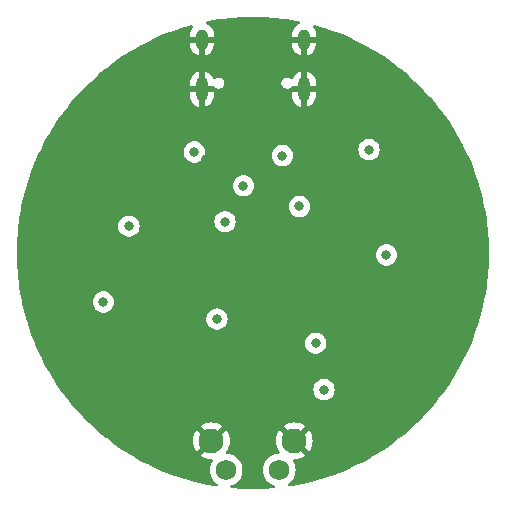
<source format=gbr>
%TF.GenerationSoftware,KiCad,Pcbnew,7.0.7*%
%TF.CreationDate,2023-10-08T16:19:16+08:00*%
%TF.ProjectId,RM_47mm,524d5f34-376d-46d2-9e6b-696361645f70,rev?*%
%TF.SameCoordinates,Original*%
%TF.FileFunction,Copper,L2,Inr*%
%TF.FilePolarity,Positive*%
%FSLAX46Y46*%
G04 Gerber Fmt 4.6, Leading zero omitted, Abs format (unit mm)*
G04 Created by KiCad (PCBNEW 7.0.7) date 2023-10-08 16:19:16*
%MOMM*%
%LPD*%
G01*
G04 APERTURE LIST*
%TA.AperFunction,ComponentPad*%
%ADD10O,1.000000X1.800000*%
%TD*%
%TA.AperFunction,ComponentPad*%
%ADD11O,1.000000X2.100000*%
%TD*%
%TA.AperFunction,ComponentPad*%
%ADD12C,2.100000*%
%TD*%
%TA.AperFunction,ComponentPad*%
%ADD13C,1.750000*%
%TD*%
%TA.AperFunction,ViaPad*%
%ADD14C,0.800000*%
%TD*%
G04 APERTURE END LIST*
D10*
%TO.N,Earth*%
%TO.C,J1*%
X145680000Y-81925000D03*
D11*
X145680000Y-86125000D03*
D10*
X154320000Y-81925000D03*
D11*
X154320000Y-86125000D03*
%TD*%
D12*
%TO.N,Earth*%
%TO.C,SW3*%
X146482909Y-115884152D03*
X153492909Y-115884152D03*
D13*
%TO.N,Net-(SW3-3)*%
X147732909Y-118374152D03*
%TO.N,/VCC_3V3*%
X152232909Y-118374152D03*
%TD*%
D14*
%TO.N,/VCC_3V3*%
X156014602Y-111564521D03*
X146945372Y-105591240D03*
X139498561Y-97730570D03*
X161294635Y-100164239D03*
X155317912Y-107634484D03*
X145024288Y-91444939D03*
X153932037Y-96057092D03*
X152495852Y-91746808D03*
X137330423Y-104140716D03*
X147629225Y-97348384D03*
X159823557Y-91243557D03*
%TO.N,Earth*%
X133597257Y-101877102D03*
X154297050Y-88284974D03*
X163388735Y-107365477D03*
X152248410Y-97319644D03*
X154905251Y-92074558D03*
X147459286Y-106959729D03*
X146043974Y-92040483D03*
X143942264Y-111435531D03*
X156249949Y-98366155D03*
X140513247Y-101468135D03*
%TO.N,/LED_IN*%
X149187047Y-94312934D03*
%TD*%
%TA.AperFunction,Conductor*%
%TO.N,Earth*%
G36*
X150807403Y-80018620D02*
G01*
X150986950Y-80026684D01*
X151703049Y-80074964D01*
X151882089Y-80091079D01*
X152595233Y-80171431D01*
X152595242Y-80171432D01*
X152773386Y-80195562D01*
X153407526Y-80296000D01*
X153482220Y-80307831D01*
X153517222Y-80314182D01*
X153659148Y-80339938D01*
X153865955Y-80382282D01*
X153927681Y-80415013D01*
X153961914Y-80475922D01*
X153957783Y-80545669D01*
X153916600Y-80602111D01*
X153884150Y-80620041D01*
X153877337Y-80622564D01*
X153877335Y-80622565D01*
X153704732Y-80730149D01*
X153557331Y-80870264D01*
X153557330Y-80870266D01*
X153441143Y-81037195D01*
X153360940Y-81224092D01*
X153320000Y-81423309D01*
X153320000Y-81675000D01*
X153896000Y-81675000D01*
X153963039Y-81694685D01*
X154008794Y-81747489D01*
X154020000Y-81799000D01*
X154020000Y-82051000D01*
X154000315Y-82118039D01*
X153947511Y-82163794D01*
X153896000Y-82175000D01*
X153320000Y-82175000D01*
X153320000Y-82375713D01*
X153335418Y-82527338D01*
X153396299Y-82721381D01*
X153396304Y-82721391D01*
X153495005Y-82899215D01*
X153495005Y-82899216D01*
X153627478Y-83053530D01*
X153627479Y-83053531D01*
X153788304Y-83178018D01*
X153970907Y-83267589D01*
X154070000Y-83293244D01*
X154070000Y-82729978D01*
X154089685Y-82662939D01*
X154142489Y-82617184D01*
X154211647Y-82607240D01*
X154227926Y-82610709D01*
X154291840Y-82628895D01*
X154403521Y-82618546D01*
X154403526Y-82618543D01*
X154412063Y-82616115D01*
X154481930Y-82616701D01*
X154540390Y-82654966D01*
X154568881Y-82718763D01*
X154570000Y-82735381D01*
X154570000Y-83298366D01*
X154571944Y-83298069D01*
X154571945Y-83298069D01*
X154762660Y-83227436D01*
X154762664Y-83227434D01*
X154935267Y-83119850D01*
X155082668Y-82979735D01*
X155082669Y-82979733D01*
X155198856Y-82812804D01*
X155279059Y-82625907D01*
X155320000Y-82426690D01*
X155320000Y-82175000D01*
X154744000Y-82175000D01*
X154676961Y-82155315D01*
X154631206Y-82102511D01*
X154620000Y-82051000D01*
X154620000Y-81799000D01*
X154639685Y-81731961D01*
X154692489Y-81686206D01*
X154744000Y-81675000D01*
X155320000Y-81675000D01*
X155320000Y-81474286D01*
X155304581Y-81322661D01*
X155243700Y-81128618D01*
X155243695Y-81128608D01*
X155144994Y-80950784D01*
X155099582Y-80897884D01*
X155070851Y-80834196D01*
X155081114Y-80765084D01*
X155127112Y-80712491D01*
X155194241Y-80693116D01*
X155223968Y-80696874D01*
X155233445Y-80699263D01*
X155406692Y-80747076D01*
X156028725Y-80933863D01*
X156094060Y-80953483D01*
X156265050Y-81009040D01*
X156942462Y-81246077D01*
X157110745Y-81309234D01*
X157776847Y-81576427D01*
X157942173Y-81647091D01*
X158276612Y-81799000D01*
X158595557Y-81943872D01*
X158595582Y-81943883D01*
X158757585Y-82021900D01*
X159397029Y-82347713D01*
X159449061Y-82375713D01*
X159555335Y-82432902D01*
X160179494Y-82787061D01*
X160333884Y-82879304D01*
X160941528Y-83261112D01*
X161091573Y-83360156D01*
X161681539Y-83768886D01*
X161826916Y-83874509D01*
X162397975Y-84309314D01*
X162538522Y-84421398D01*
X163089405Y-84881308D01*
X163224827Y-84999623D01*
X163754538Y-85483800D01*
X163884489Y-85608046D01*
X164391953Y-86115510D01*
X164516199Y-86245461D01*
X165000376Y-86775172D01*
X165118691Y-86910594D01*
X165204135Y-87012939D01*
X165530224Y-87403531D01*
X165578615Y-87461493D01*
X165690701Y-87602045D01*
X166125486Y-88173077D01*
X166231122Y-88318473D01*
X166639840Y-88908422D01*
X166738893Y-89058481D01*
X167120694Y-89666114D01*
X167212931Y-89820492D01*
X167567097Y-90444664D01*
X167620789Y-90544439D01*
X167634903Y-90570668D01*
X167652284Y-90602965D01*
X167681746Y-90660788D01*
X167978099Y-91242414D01*
X168056116Y-91404417D01*
X168352908Y-92057826D01*
X168423572Y-92223152D01*
X168690758Y-92889237D01*
X168753921Y-93057534D01*
X168990958Y-93734946D01*
X169046515Y-93905935D01*
X169252917Y-94593285D01*
X169300741Y-94766572D01*
X169476100Y-95462499D01*
X169490338Y-95524877D01*
X169516107Y-95637781D01*
X169660060Y-96340845D01*
X169692168Y-96517779D01*
X169804432Y-97226583D01*
X169828567Y-97404757D01*
X169908920Y-98117909D01*
X169925036Y-98296974D01*
X169973313Y-99013012D01*
X169981379Y-99192613D01*
X169999468Y-99998606D01*
X169999468Y-100001392D01*
X169981379Y-100807386D01*
X169973313Y-100986987D01*
X169925036Y-101703025D01*
X169908920Y-101882090D01*
X169828567Y-102595242D01*
X169804432Y-102773416D01*
X169692168Y-103482220D01*
X169660060Y-103659154D01*
X169516107Y-104362218D01*
X169482606Y-104509000D01*
X169476107Y-104537470D01*
X169427570Y-104730097D01*
X169300742Y-105233425D01*
X169252917Y-105406714D01*
X169046515Y-106094064D01*
X168990958Y-106265053D01*
X168753921Y-106942465D01*
X168690758Y-107110762D01*
X168423572Y-107776847D01*
X168352908Y-107942173D01*
X168056116Y-108595582D01*
X167978099Y-108757585D01*
X167652290Y-109397022D01*
X167567097Y-109555335D01*
X167212931Y-110179507D01*
X167120694Y-110333885D01*
X166738893Y-110941518D01*
X166639840Y-111091577D01*
X166231122Y-111681526D01*
X166125486Y-111826922D01*
X165690701Y-112397954D01*
X165578615Y-112538506D01*
X165118691Y-113089405D01*
X165000376Y-113224827D01*
X164516199Y-113754538D01*
X164391953Y-113884489D01*
X163884489Y-114391953D01*
X163754538Y-114516199D01*
X163224827Y-115000376D01*
X163089405Y-115118691D01*
X162538506Y-115578615D01*
X162397954Y-115690701D01*
X161826922Y-116125486D01*
X161681526Y-116231122D01*
X161091577Y-116639840D01*
X160941518Y-116738893D01*
X160333885Y-117120694D01*
X160179507Y-117212931D01*
X159555335Y-117567097D01*
X159397022Y-117652290D01*
X158757585Y-117978099D01*
X158595582Y-118056116D01*
X157942173Y-118352908D01*
X157776847Y-118423572D01*
X157110762Y-118690758D01*
X156942465Y-118753921D01*
X156265053Y-118990958D01*
X156094064Y-119046515D01*
X155406714Y-119252917D01*
X155233425Y-119300742D01*
X154537511Y-119476097D01*
X154431289Y-119500342D01*
X154362218Y-119516107D01*
X153659154Y-119660060D01*
X153482220Y-119692168D01*
X153073504Y-119756901D01*
X153004210Y-119747946D01*
X152950758Y-119702950D01*
X152930119Y-119636198D01*
X152948844Y-119568885D01*
X152983952Y-119533007D01*
X152983768Y-119532771D01*
X152985510Y-119531414D01*
X152986297Y-119530611D01*
X152987795Y-119529631D01*
X152987815Y-119529621D01*
X153167703Y-119389608D01*
X153322092Y-119221897D01*
X153446771Y-119031061D01*
X153538339Y-118822307D01*
X153594299Y-118601328D01*
X153613123Y-118374152D01*
X153613123Y-118374145D01*
X153594300Y-118146983D01*
X153594298Y-118146972D01*
X153538339Y-117925996D01*
X153446772Y-117717246D01*
X153446771Y-117717243D01*
X153390272Y-117630765D01*
X153370086Y-117563877D01*
X153389266Y-117496691D01*
X153441724Y-117450541D01*
X153488125Y-117440264D01*
X153488052Y-117439327D01*
X153736128Y-117419803D01*
X153973366Y-117362848D01*
X154198770Y-117269483D01*
X154400851Y-117145646D01*
X153856143Y-116600939D01*
X153822658Y-116539616D01*
X153827642Y-116469925D01*
X153869513Y-116413991D01*
X153870858Y-116412999D01*
X153941401Y-116361747D01*
X154027780Y-116257332D01*
X154085677Y-116218226D01*
X154155529Y-116216630D01*
X154211003Y-116248693D01*
X154754403Y-116792094D01*
X154878240Y-116590013D01*
X154971605Y-116364609D01*
X155028560Y-116127371D01*
X155047701Y-115884152D01*
X155028560Y-115640932D01*
X154971605Y-115403694D01*
X154878240Y-115178290D01*
X154754403Y-114976208D01*
X154210576Y-115520036D01*
X154149253Y-115553521D01*
X154079561Y-115548537D01*
X154023628Y-115506665D01*
X154018199Y-115498798D01*
X154016680Y-115496404D01*
X153997723Y-115466533D01*
X153933851Y-115406554D01*
X153878006Y-115354112D01*
X153874641Y-115351667D01*
X153872640Y-115349072D01*
X153872319Y-115348771D01*
X153872367Y-115348719D01*
X153831973Y-115296339D01*
X153825991Y-115226726D01*
X153858594Y-115164930D01*
X153859841Y-115163665D01*
X154400851Y-114622656D01*
X154198770Y-114498820D01*
X153973366Y-114405455D01*
X153736128Y-114348500D01*
X153736129Y-114348500D01*
X153492908Y-114329359D01*
X153249689Y-114348500D01*
X153012451Y-114405455D01*
X152787055Y-114498817D01*
X152787050Y-114498820D01*
X152584965Y-114622656D01*
X153129674Y-115167364D01*
X153163159Y-115228687D01*
X153158175Y-115298378D01*
X153116304Y-115354312D01*
X153114879Y-115355362D01*
X153044419Y-115406554D01*
X153044417Y-115406557D01*
X152958039Y-115510970D01*
X152900139Y-115550077D01*
X152830287Y-115551673D01*
X152774814Y-115519610D01*
X152231413Y-114976208D01*
X152107577Y-115178293D01*
X152107574Y-115178298D01*
X152014212Y-115403694D01*
X151957257Y-115640932D01*
X151938116Y-115884152D01*
X151957257Y-116127371D01*
X152014212Y-116364609D01*
X152107577Y-116590013D01*
X152235055Y-116798037D01*
X152237765Y-116801767D01*
X152261245Y-116867573D01*
X152245419Y-116935627D01*
X152195313Y-116984322D01*
X152137447Y-116998652D01*
X152118932Y-116998652D01*
X152073962Y-117006156D01*
X151894082Y-117036172D01*
X151678490Y-117110186D01*
X151678476Y-117110192D01*
X151478008Y-117218679D01*
X151477999Y-117218685D01*
X151298121Y-117358690D01*
X151298117Y-117358693D01*
X151143723Y-117526409D01*
X151019046Y-117717243D01*
X150927478Y-117925996D01*
X150871519Y-118146972D01*
X150871517Y-118146983D01*
X150852695Y-118374145D01*
X150852695Y-118374158D01*
X150871517Y-118601320D01*
X150871519Y-118601331D01*
X150927478Y-118822307D01*
X151019046Y-119031060D01*
X151143723Y-119221894D01*
X151298117Y-119389610D01*
X151298121Y-119389613D01*
X151437468Y-119498071D01*
X151478003Y-119529621D01*
X151478005Y-119529622D01*
X151478008Y-119529624D01*
X151594555Y-119592695D01*
X151678483Y-119638115D01*
X151722799Y-119653328D01*
X151796115Y-119678499D01*
X151853131Y-119718885D01*
X151879261Y-119783684D01*
X151866209Y-119852324D01*
X151818120Y-119903012D01*
X151766967Y-119919281D01*
X151703025Y-119925036D01*
X150986987Y-119973313D01*
X150807386Y-119981379D01*
X150089870Y-119997483D01*
X149910130Y-119997483D01*
X149192613Y-119981379D01*
X149013012Y-119973313D01*
X148296973Y-119925036D01*
X148205948Y-119916843D01*
X148140943Y-119891228D01*
X148100106Y-119834535D01*
X148096402Y-119764763D01*
X148131008Y-119704065D01*
X148176797Y-119676062D01*
X148287335Y-119638115D01*
X148487815Y-119529621D01*
X148667703Y-119389608D01*
X148822092Y-119221897D01*
X148946771Y-119031061D01*
X149038339Y-118822307D01*
X149094299Y-118601328D01*
X149113123Y-118374152D01*
X149113123Y-118374145D01*
X149094300Y-118146983D01*
X149094298Y-118146972D01*
X149038339Y-117925996D01*
X148946771Y-117717243D01*
X148822094Y-117526409D01*
X148667700Y-117358693D01*
X148667696Y-117358690D01*
X148487818Y-117218685D01*
X148487809Y-117218679D01*
X148287341Y-117110192D01*
X148287338Y-117110191D01*
X148287335Y-117110189D01*
X148287329Y-117110187D01*
X148287327Y-117110186D01*
X148071735Y-117036172D01*
X147903097Y-117008032D01*
X147846886Y-116998652D01*
X147838371Y-116998652D01*
X147771332Y-116978967D01*
X147725577Y-116926163D01*
X147715633Y-116857005D01*
X147738053Y-116801767D01*
X147740762Y-116798037D01*
X147868240Y-116590013D01*
X147961605Y-116364609D01*
X148018560Y-116127371D01*
X148037701Y-115884152D01*
X148018560Y-115640932D01*
X147961605Y-115403694D01*
X147868240Y-115178290D01*
X147744403Y-114976208D01*
X147200576Y-115520036D01*
X147139253Y-115553521D01*
X147069561Y-115548537D01*
X147013628Y-115506665D01*
X147008199Y-115498798D01*
X147006680Y-115496404D01*
X146987723Y-115466533D01*
X146923851Y-115406554D01*
X146868006Y-115354112D01*
X146864641Y-115351667D01*
X146862640Y-115349072D01*
X146862319Y-115348771D01*
X146862367Y-115348719D01*
X146821973Y-115296339D01*
X146815991Y-115226726D01*
X146848594Y-115164930D01*
X146849841Y-115163665D01*
X147390851Y-114622656D01*
X147188770Y-114498820D01*
X146963366Y-114405455D01*
X146726128Y-114348500D01*
X146726129Y-114348500D01*
X146482909Y-114329359D01*
X146239689Y-114348500D01*
X146002451Y-114405455D01*
X145777055Y-114498817D01*
X145777050Y-114498820D01*
X145574965Y-114622656D01*
X146119674Y-115167364D01*
X146153159Y-115228687D01*
X146148175Y-115298378D01*
X146106304Y-115354312D01*
X146104879Y-115355362D01*
X146034419Y-115406554D01*
X146034417Y-115406557D01*
X145948039Y-115510970D01*
X145890139Y-115550077D01*
X145820287Y-115551673D01*
X145764814Y-115519610D01*
X145221413Y-114976208D01*
X145097577Y-115178293D01*
X145097574Y-115178298D01*
X145004212Y-115403694D01*
X144947257Y-115640932D01*
X144928116Y-115884152D01*
X144947257Y-116127371D01*
X145004212Y-116364609D01*
X145097577Y-116590013D01*
X145221413Y-116792094D01*
X145765240Y-116248266D01*
X145826563Y-116214781D01*
X145896254Y-116219765D01*
X145952188Y-116261636D01*
X145957616Y-116269502D01*
X145978096Y-116301772D01*
X145978097Y-116301773D01*
X146097813Y-116414193D01*
X146101175Y-116416636D01*
X146103173Y-116419226D01*
X146103499Y-116419533D01*
X146103449Y-116419585D01*
X146143843Y-116471964D01*
X146149824Y-116541577D01*
X146117220Y-116603373D01*
X146115974Y-116604637D01*
X145574965Y-117145646D01*
X145777047Y-117269483D01*
X146002451Y-117362848D01*
X146239689Y-117419803D01*
X146239688Y-117419803D01*
X146481772Y-117438855D01*
X146547060Y-117463739D01*
X146588531Y-117519970D01*
X146593018Y-117589695D01*
X146575852Y-117630293D01*
X146519048Y-117717239D01*
X146427478Y-117925996D01*
X146371519Y-118146972D01*
X146371517Y-118146983D01*
X146352695Y-118374145D01*
X146352695Y-118374158D01*
X146371517Y-118601320D01*
X146371519Y-118601331D01*
X146427478Y-118822307D01*
X146519046Y-119031060D01*
X146643723Y-119221894D01*
X146798117Y-119389610D01*
X146798121Y-119389613D01*
X146977967Y-119529593D01*
X147018780Y-119586303D01*
X147022455Y-119656076D01*
X146987823Y-119716759D01*
X146925882Y-119749086D01*
X146882407Y-119749919D01*
X146517779Y-119692168D01*
X146340845Y-119660060D01*
X145637781Y-119516107D01*
X145617397Y-119511454D01*
X145462499Y-119476100D01*
X144766572Y-119300741D01*
X144593285Y-119252917D01*
X143905935Y-119046515D01*
X143734946Y-118990958D01*
X143057534Y-118753921D01*
X142889237Y-118690758D01*
X142223152Y-118423572D01*
X142057826Y-118352908D01*
X141404417Y-118056116D01*
X141242414Y-117978099D01*
X140602989Y-117652296D01*
X140558473Y-117628341D01*
X140444664Y-117567097D01*
X139820492Y-117212931D01*
X139666114Y-117120694D01*
X139058481Y-116738893D01*
X138908422Y-116639840D01*
X138318473Y-116231122D01*
X138298526Y-116216630D01*
X138173068Y-116125479D01*
X138122017Y-116086609D01*
X137602045Y-115690701D01*
X137539636Y-115640932D01*
X137461493Y-115578615D01*
X137228481Y-115384082D01*
X136910594Y-115118691D01*
X136775172Y-115000376D01*
X136245461Y-114516199D01*
X136115510Y-114391953D01*
X135608046Y-113884489D01*
X135483800Y-113754538D01*
X134999623Y-113224827D01*
X134881308Y-113089405D01*
X134421398Y-112538522D01*
X134309298Y-112397954D01*
X134079949Y-112096735D01*
X133874509Y-111826916D01*
X133768877Y-111681526D01*
X133687816Y-111564521D01*
X155109142Y-111564521D01*
X155128928Y-111752777D01*
X155128929Y-111752780D01*
X155187420Y-111932798D01*
X155187423Y-111932805D01*
X155282069Y-112096737D01*
X155408730Y-112237408D01*
X155408731Y-112237409D01*
X155561867Y-112348669D01*
X155561872Y-112348672D01*
X155734794Y-112425663D01*
X155734799Y-112425665D01*
X155919956Y-112465021D01*
X155919957Y-112465021D01*
X156109246Y-112465021D01*
X156109248Y-112465021D01*
X156294405Y-112425665D01*
X156467332Y-112348672D01*
X156620473Y-112237409D01*
X156747135Y-112096737D01*
X156841781Y-111932805D01*
X156900276Y-111752777D01*
X156920062Y-111564521D01*
X156900276Y-111376265D01*
X156841781Y-111196237D01*
X156747135Y-111032305D01*
X156620473Y-110891633D01*
X156620472Y-110891632D01*
X156467336Y-110780372D01*
X156467331Y-110780369D01*
X156294409Y-110703378D01*
X156294404Y-110703376D01*
X156148603Y-110672386D01*
X156109248Y-110664021D01*
X155919956Y-110664021D01*
X155887499Y-110670919D01*
X155734799Y-110703376D01*
X155734794Y-110703378D01*
X155561872Y-110780369D01*
X155561867Y-110780372D01*
X155408731Y-110891632D01*
X155282068Y-111032306D01*
X155187423Y-111196236D01*
X155187420Y-111196243D01*
X155128929Y-111376261D01*
X155128928Y-111376265D01*
X155109142Y-111564521D01*
X133687816Y-111564521D01*
X133360156Y-111091573D01*
X133261106Y-110941518D01*
X133159849Y-110780369D01*
X132879304Y-110333884D01*
X132787068Y-110179507D01*
X132432902Y-109555335D01*
X132403669Y-109501011D01*
X132347710Y-109397022D01*
X132021900Y-108757585D01*
X131943883Y-108595582D01*
X131647091Y-107942173D01*
X131576427Y-107776847D01*
X131519321Y-107634484D01*
X154412452Y-107634484D01*
X154432238Y-107822740D01*
X154432239Y-107822743D01*
X154490730Y-108002761D01*
X154490733Y-108002768D01*
X154585379Y-108166700D01*
X154712040Y-108307371D01*
X154712041Y-108307372D01*
X154865177Y-108418632D01*
X154865182Y-108418635D01*
X155038104Y-108495626D01*
X155038109Y-108495628D01*
X155223266Y-108534984D01*
X155223267Y-108534984D01*
X155412556Y-108534984D01*
X155412558Y-108534984D01*
X155597715Y-108495628D01*
X155770642Y-108418635D01*
X155923783Y-108307372D01*
X156050445Y-108166700D01*
X156145091Y-108002768D01*
X156203586Y-107822740D01*
X156223372Y-107634484D01*
X156203586Y-107446228D01*
X156145091Y-107266200D01*
X156050445Y-107102268D01*
X155923783Y-106961596D01*
X155923782Y-106961595D01*
X155770646Y-106850335D01*
X155770641Y-106850332D01*
X155597719Y-106773341D01*
X155597714Y-106773339D01*
X155451913Y-106742349D01*
X155412558Y-106733984D01*
X155223266Y-106733984D01*
X155190809Y-106740882D01*
X155038109Y-106773339D01*
X155038104Y-106773341D01*
X154865182Y-106850332D01*
X154865177Y-106850335D01*
X154712041Y-106961595D01*
X154585378Y-107102269D01*
X154490733Y-107266199D01*
X154490730Y-107266206D01*
X154432239Y-107446224D01*
X154432238Y-107446228D01*
X154412452Y-107634484D01*
X131519321Y-107634484D01*
X131443806Y-107446228D01*
X131309234Y-107110745D01*
X131246077Y-106942462D01*
X131009040Y-106265050D01*
X130953483Y-106094060D01*
X130913084Y-105959524D01*
X130802493Y-105591240D01*
X146039912Y-105591240D01*
X146059698Y-105779496D01*
X146059699Y-105779499D01*
X146118190Y-105959517D01*
X146118193Y-105959524D01*
X146212839Y-106123456D01*
X146339500Y-106264128D01*
X146339501Y-106264128D01*
X146492637Y-106375388D01*
X146492642Y-106375391D01*
X146665564Y-106452382D01*
X146665569Y-106452384D01*
X146850726Y-106491740D01*
X146850727Y-106491740D01*
X147040016Y-106491740D01*
X147040018Y-106491740D01*
X147225175Y-106452384D01*
X147398102Y-106375391D01*
X147551243Y-106264128D01*
X147677905Y-106123456D01*
X147772551Y-105959524D01*
X147831046Y-105779496D01*
X147850832Y-105591240D01*
X147831046Y-105402984D01*
X147772551Y-105222956D01*
X147677905Y-105059024D01*
X147551243Y-104918352D01*
X147551242Y-104918351D01*
X147398106Y-104807091D01*
X147398101Y-104807088D01*
X147225179Y-104730097D01*
X147225174Y-104730095D01*
X147079373Y-104699105D01*
X147040018Y-104690740D01*
X146850726Y-104690740D01*
X146818269Y-104697638D01*
X146665569Y-104730095D01*
X146665564Y-104730097D01*
X146492642Y-104807088D01*
X146492637Y-104807091D01*
X146339501Y-104918351D01*
X146212838Y-105059025D01*
X146118193Y-105222955D01*
X146118190Y-105222962D01*
X146085943Y-105322210D01*
X146059698Y-105402984D01*
X146039912Y-105591240D01*
X130802493Y-105591240D01*
X130747076Y-105406692D01*
X130699257Y-105233422D01*
X130523888Y-104537454D01*
X130483893Y-104362218D01*
X130438540Y-104140716D01*
X136424963Y-104140716D01*
X136444749Y-104328972D01*
X136444750Y-104328975D01*
X136503241Y-104508993D01*
X136503244Y-104509000D01*
X136597890Y-104672932D01*
X136649360Y-104730095D01*
X136724552Y-104813604D01*
X136877688Y-104924864D01*
X136877693Y-104924867D01*
X137050615Y-105001858D01*
X137050620Y-105001860D01*
X137235777Y-105041216D01*
X137235778Y-105041216D01*
X137425067Y-105041216D01*
X137425069Y-105041216D01*
X137610226Y-105001860D01*
X137783153Y-104924867D01*
X137936294Y-104813604D01*
X138062956Y-104672932D01*
X138157602Y-104509000D01*
X138216097Y-104328972D01*
X138235883Y-104140716D01*
X138216097Y-103952460D01*
X138157602Y-103772432D01*
X138062956Y-103608500D01*
X137936294Y-103467828D01*
X137936293Y-103467827D01*
X137783157Y-103356567D01*
X137783152Y-103356564D01*
X137610230Y-103279573D01*
X137610225Y-103279571D01*
X137464423Y-103248581D01*
X137425069Y-103240216D01*
X137235777Y-103240216D01*
X137203320Y-103247114D01*
X137050620Y-103279571D01*
X137050615Y-103279573D01*
X136877693Y-103356564D01*
X136877688Y-103356567D01*
X136724552Y-103467827D01*
X136597889Y-103608501D01*
X136503244Y-103772431D01*
X136503241Y-103772438D01*
X136444750Y-103952456D01*
X136444749Y-103952460D01*
X136424963Y-104140716D01*
X130438540Y-104140716D01*
X130339938Y-103659148D01*
X130307831Y-103482220D01*
X130195567Y-102773416D01*
X130171432Y-102595242D01*
X130091079Y-101882090D01*
X130074963Y-101703025D01*
X130026684Y-100986950D01*
X130018620Y-100807403D01*
X130004186Y-100164239D01*
X160389175Y-100164239D01*
X160408961Y-100352495D01*
X160408962Y-100352498D01*
X160467453Y-100532516D01*
X160467456Y-100532523D01*
X160562102Y-100696455D01*
X160661961Y-100807359D01*
X160688764Y-100837127D01*
X160841900Y-100948387D01*
X160841905Y-100948390D01*
X161014827Y-101025381D01*
X161014832Y-101025383D01*
X161199989Y-101064739D01*
X161199990Y-101064739D01*
X161389279Y-101064739D01*
X161389281Y-101064739D01*
X161574438Y-101025383D01*
X161747365Y-100948390D01*
X161900506Y-100837127D01*
X162027168Y-100696455D01*
X162121814Y-100532523D01*
X162180309Y-100352495D01*
X162200095Y-100164239D01*
X162180309Y-99975983D01*
X162121814Y-99795955D01*
X162027168Y-99632023D01*
X161900506Y-99491351D01*
X161900505Y-99491350D01*
X161747369Y-99380090D01*
X161747364Y-99380087D01*
X161574442Y-99303096D01*
X161574437Y-99303094D01*
X161428635Y-99272104D01*
X161389281Y-99263739D01*
X161199989Y-99263739D01*
X161167532Y-99270637D01*
X161014832Y-99303094D01*
X161014827Y-99303096D01*
X160841905Y-99380087D01*
X160841900Y-99380090D01*
X160688764Y-99491350D01*
X160562101Y-99632024D01*
X160467456Y-99795954D01*
X160467453Y-99795961D01*
X160408962Y-99975979D01*
X160408961Y-99975983D01*
X160389175Y-100164239D01*
X130004186Y-100164239D01*
X130002517Y-100089869D01*
X130002517Y-99910130D01*
X130018620Y-99192596D01*
X130026687Y-99013012D01*
X130074964Y-98296962D01*
X130082833Y-98209528D01*
X130091079Y-98117909D01*
X130134721Y-97730570D01*
X138593101Y-97730570D01*
X138612887Y-97918826D01*
X138612888Y-97918829D01*
X138671379Y-98098847D01*
X138671382Y-98098854D01*
X138766028Y-98262786D01*
X138892690Y-98403457D01*
X138892690Y-98403458D01*
X139045826Y-98514718D01*
X139045831Y-98514721D01*
X139218753Y-98591712D01*
X139218758Y-98591714D01*
X139403915Y-98631070D01*
X139403916Y-98631070D01*
X139593205Y-98631070D01*
X139593207Y-98631070D01*
X139778364Y-98591714D01*
X139951291Y-98514721D01*
X140104432Y-98403458D01*
X140231094Y-98262786D01*
X140325740Y-98098854D01*
X140384235Y-97918826D01*
X140404021Y-97730570D01*
X140384235Y-97542314D01*
X140325740Y-97362286D01*
X140317714Y-97348384D01*
X146723765Y-97348384D01*
X146743551Y-97536640D01*
X146743552Y-97536643D01*
X146802043Y-97716661D01*
X146802046Y-97716668D01*
X146896692Y-97880600D01*
X146931114Y-97918829D01*
X147023354Y-98021272D01*
X147176490Y-98132532D01*
X147176495Y-98132535D01*
X147349417Y-98209526D01*
X147349422Y-98209528D01*
X147534579Y-98248884D01*
X147534580Y-98248884D01*
X147723869Y-98248884D01*
X147723871Y-98248884D01*
X147909028Y-98209528D01*
X148081955Y-98132535D01*
X148235096Y-98021272D01*
X148361758Y-97880600D01*
X148456404Y-97716668D01*
X148514899Y-97536640D01*
X148534685Y-97348384D01*
X148514899Y-97160128D01*
X148456404Y-96980100D01*
X148361758Y-96816168D01*
X148235096Y-96675496D01*
X148235095Y-96675495D01*
X148081959Y-96564235D01*
X148081954Y-96564232D01*
X147909032Y-96487241D01*
X147909027Y-96487239D01*
X147763225Y-96456249D01*
X147723871Y-96447884D01*
X147534579Y-96447884D01*
X147502122Y-96454782D01*
X147349422Y-96487239D01*
X147349417Y-96487241D01*
X147176495Y-96564232D01*
X147176490Y-96564235D01*
X147023354Y-96675495D01*
X146896691Y-96816169D01*
X146802046Y-96980099D01*
X146802043Y-96980106D01*
X146743552Y-97160124D01*
X146743551Y-97160128D01*
X146723765Y-97348384D01*
X140317714Y-97348384D01*
X140231094Y-97198354D01*
X140104432Y-97057682D01*
X140104431Y-97057681D01*
X139951295Y-96946421D01*
X139951290Y-96946418D01*
X139778368Y-96869427D01*
X139778363Y-96869425D01*
X139632562Y-96838435D01*
X139593207Y-96830070D01*
X139403915Y-96830070D01*
X139371458Y-96836968D01*
X139218758Y-96869425D01*
X139218753Y-96869427D01*
X139045831Y-96946418D01*
X139045826Y-96946421D01*
X138892690Y-97057681D01*
X138766027Y-97198355D01*
X138671382Y-97362285D01*
X138671379Y-97362292D01*
X138612888Y-97542310D01*
X138612887Y-97542314D01*
X138593101Y-97730570D01*
X130134721Y-97730570D01*
X130171432Y-97404751D01*
X130179068Y-97348384D01*
X130195562Y-97226617D01*
X130307831Y-96517777D01*
X130320515Y-96447884D01*
X130339931Y-96340886D01*
X130398038Y-96057092D01*
X153026577Y-96057092D01*
X153046363Y-96245348D01*
X153046364Y-96245351D01*
X153104855Y-96425369D01*
X153104858Y-96425376D01*
X153199504Y-96589308D01*
X153326165Y-96729980D01*
X153326166Y-96729980D01*
X153479302Y-96841240D01*
X153479307Y-96841243D01*
X153652229Y-96918234D01*
X153652234Y-96918236D01*
X153837391Y-96957592D01*
X153837392Y-96957592D01*
X154026681Y-96957592D01*
X154026683Y-96957592D01*
X154211840Y-96918236D01*
X154384767Y-96841243D01*
X154537908Y-96729980D01*
X154664570Y-96589308D01*
X154759216Y-96425376D01*
X154817711Y-96245348D01*
X154837497Y-96057092D01*
X154817711Y-95868836D01*
X154759216Y-95688808D01*
X154664570Y-95524876D01*
X154537908Y-95384204D01*
X154537907Y-95384203D01*
X154384771Y-95272943D01*
X154384766Y-95272940D01*
X154211844Y-95195949D01*
X154211839Y-95195947D01*
X154066038Y-95164957D01*
X154026683Y-95156592D01*
X153837391Y-95156592D01*
X153804934Y-95163490D01*
X153652234Y-95195947D01*
X153652229Y-95195949D01*
X153479307Y-95272940D01*
X153479302Y-95272943D01*
X153326166Y-95384203D01*
X153199503Y-95524877D01*
X153104858Y-95688807D01*
X153104855Y-95688814D01*
X153046364Y-95868832D01*
X153046363Y-95868836D01*
X153026577Y-96057092D01*
X130398038Y-96057092D01*
X130483894Y-95637771D01*
X130523893Y-95462524D01*
X130699259Y-94766567D01*
X130747083Y-94593285D01*
X130831268Y-94312934D01*
X148281587Y-94312934D01*
X148301373Y-94501190D01*
X148301374Y-94501193D01*
X148359865Y-94681211D01*
X148359868Y-94681218D01*
X148454514Y-94845150D01*
X148581175Y-94985821D01*
X148581176Y-94985822D01*
X148734312Y-95097082D01*
X148734317Y-95097085D01*
X148907239Y-95174076D01*
X148907244Y-95174078D01*
X149092401Y-95213434D01*
X149092402Y-95213434D01*
X149281691Y-95213434D01*
X149281693Y-95213434D01*
X149466850Y-95174078D01*
X149639777Y-95097085D01*
X149792918Y-94985822D01*
X149919580Y-94845150D01*
X150014226Y-94681218D01*
X150072721Y-94501190D01*
X150092507Y-94312934D01*
X150072721Y-94124678D01*
X150014226Y-93944650D01*
X149919580Y-93780718D01*
X149792918Y-93640046D01*
X149792917Y-93640045D01*
X149639781Y-93528785D01*
X149639776Y-93528782D01*
X149466854Y-93451791D01*
X149466849Y-93451789D01*
X149321047Y-93420799D01*
X149281693Y-93412434D01*
X149092401Y-93412434D01*
X149059944Y-93419332D01*
X148907244Y-93451789D01*
X148907239Y-93451791D01*
X148734317Y-93528782D01*
X148734312Y-93528785D01*
X148581176Y-93640045D01*
X148454513Y-93780719D01*
X148359868Y-93944649D01*
X148359865Y-93944656D01*
X148301374Y-94124674D01*
X148301373Y-94124678D01*
X148281587Y-94312934D01*
X130831268Y-94312934D01*
X130953489Y-93905919D01*
X130994169Y-93780719D01*
X131009028Y-93734984D01*
X131246079Y-93057532D01*
X131309229Y-92889269D01*
X131576434Y-92223135D01*
X131627057Y-92104699D01*
X131647069Y-92057872D01*
X131925477Y-91444939D01*
X144118828Y-91444939D01*
X144138614Y-91633195D01*
X144138615Y-91633198D01*
X144197106Y-91813216D01*
X144197109Y-91813223D01*
X144291755Y-91977155D01*
X144406598Y-92104701D01*
X144418417Y-92117827D01*
X144571553Y-92229087D01*
X144571558Y-92229090D01*
X144744480Y-92306081D01*
X144744485Y-92306083D01*
X144929642Y-92345439D01*
X144929643Y-92345439D01*
X145118932Y-92345439D01*
X145118934Y-92345439D01*
X145304091Y-92306083D01*
X145477018Y-92229090D01*
X145630159Y-92117827D01*
X145756821Y-91977155D01*
X145851467Y-91813223D01*
X145873047Y-91746808D01*
X151590392Y-91746808D01*
X151610178Y-91935064D01*
X151610179Y-91935067D01*
X151668670Y-92115085D01*
X151668673Y-92115092D01*
X151763319Y-92279024D01*
X151823120Y-92345439D01*
X151889981Y-92419696D01*
X152043117Y-92530956D01*
X152043122Y-92530959D01*
X152216044Y-92607950D01*
X152216049Y-92607952D01*
X152401206Y-92647308D01*
X152401207Y-92647308D01*
X152590496Y-92647308D01*
X152590498Y-92647308D01*
X152775655Y-92607952D01*
X152948582Y-92530959D01*
X153101723Y-92419696D01*
X153228385Y-92279024D01*
X153323031Y-92115092D01*
X153381526Y-91935064D01*
X153401312Y-91746808D01*
X153381526Y-91558552D01*
X153323031Y-91378524D01*
X153245108Y-91243557D01*
X158918097Y-91243557D01*
X158937883Y-91431813D01*
X158937884Y-91431816D01*
X158996375Y-91611834D01*
X158996378Y-91611841D01*
X159091024Y-91775773D01*
X159217686Y-91916445D01*
X159370822Y-92027705D01*
X159370827Y-92027708D01*
X159543749Y-92104699D01*
X159543754Y-92104701D01*
X159728911Y-92144057D01*
X159728912Y-92144057D01*
X159918201Y-92144057D01*
X159918203Y-92144057D01*
X160103360Y-92104701D01*
X160276287Y-92027708D01*
X160429428Y-91916445D01*
X160556090Y-91775773D01*
X160650736Y-91611841D01*
X160709231Y-91431813D01*
X160729017Y-91243557D01*
X160709231Y-91055301D01*
X160650736Y-90875273D01*
X160556090Y-90711341D01*
X160429428Y-90570669D01*
X160429427Y-90570668D01*
X160276291Y-90459408D01*
X160276286Y-90459405D01*
X160103364Y-90382414D01*
X160103359Y-90382412D01*
X159957558Y-90351422D01*
X159918203Y-90343057D01*
X159728911Y-90343057D01*
X159696454Y-90349955D01*
X159543754Y-90382412D01*
X159543749Y-90382414D01*
X159370827Y-90459405D01*
X159370822Y-90459408D01*
X159217686Y-90570668D01*
X159091023Y-90711342D01*
X158996378Y-90875272D01*
X158996375Y-90875279D01*
X158967984Y-90962659D01*
X158937883Y-91055301D01*
X158918097Y-91243557D01*
X153245108Y-91243557D01*
X153228385Y-91214592D01*
X153101723Y-91073920D01*
X153101722Y-91073919D01*
X152948586Y-90962659D01*
X152948581Y-90962656D01*
X152775659Y-90885665D01*
X152775654Y-90885663D01*
X152629852Y-90854673D01*
X152590498Y-90846308D01*
X152401206Y-90846308D01*
X152368749Y-90853206D01*
X152216049Y-90885663D01*
X152216044Y-90885665D01*
X152043122Y-90962656D01*
X152043117Y-90962659D01*
X151889981Y-91073919D01*
X151763318Y-91214593D01*
X151668673Y-91378523D01*
X151668670Y-91378530D01*
X151647093Y-91444939D01*
X151610178Y-91558552D01*
X151590392Y-91746808D01*
X145873047Y-91746808D01*
X145909962Y-91633195D01*
X145929748Y-91444939D01*
X145909962Y-91256683D01*
X145851467Y-91076655D01*
X145756821Y-90912723D01*
X145630159Y-90772051D01*
X145630158Y-90772050D01*
X145477022Y-90660790D01*
X145477017Y-90660787D01*
X145304095Y-90583796D01*
X145304090Y-90583794D01*
X145158288Y-90552804D01*
X145118934Y-90544439D01*
X144929642Y-90544439D01*
X144897185Y-90551337D01*
X144744485Y-90583794D01*
X144744480Y-90583796D01*
X144571558Y-90660787D01*
X144571553Y-90660790D01*
X144418417Y-90772050D01*
X144291754Y-90912724D01*
X144197109Y-91076654D01*
X144197106Y-91076661D01*
X144143254Y-91242402D01*
X144138614Y-91256683D01*
X144118828Y-91444939D01*
X131925477Y-91444939D01*
X131943900Y-91404380D01*
X132021880Y-91242453D01*
X132347710Y-90602976D01*
X132432904Y-90444660D01*
X132787084Y-89820464D01*
X132879281Y-89666152D01*
X133261135Y-89058436D01*
X133360132Y-88908462D01*
X133768896Y-88318446D01*
X133874514Y-88173077D01*
X134309315Y-87602023D01*
X134421350Y-87461534D01*
X134881315Y-86910585D01*
X134999623Y-86775172D01*
X135039925Y-86731080D01*
X135044831Y-86725713D01*
X144680000Y-86725713D01*
X144695418Y-86877338D01*
X144756299Y-87071381D01*
X144756304Y-87071391D01*
X144855005Y-87249215D01*
X144855005Y-87249216D01*
X144987478Y-87403530D01*
X144987479Y-87403531D01*
X145148304Y-87528018D01*
X145330907Y-87617589D01*
X145430000Y-87643244D01*
X145430000Y-87079978D01*
X145449685Y-87012939D01*
X145502489Y-86967184D01*
X145571647Y-86957240D01*
X145587926Y-86960709D01*
X145651840Y-86978895D01*
X145763521Y-86968546D01*
X145763526Y-86968543D01*
X145772063Y-86966115D01*
X145841930Y-86966701D01*
X145900390Y-87004966D01*
X145928881Y-87068763D01*
X145930000Y-87085381D01*
X145930000Y-87648366D01*
X145931944Y-87648069D01*
X145931945Y-87648069D01*
X146122660Y-87577436D01*
X146122664Y-87577434D01*
X146295267Y-87469850D01*
X146442668Y-87329735D01*
X146442669Y-87329733D01*
X146558856Y-87162804D01*
X146639059Y-86975907D01*
X146680000Y-86776690D01*
X146680000Y-86375000D01*
X146104000Y-86375000D01*
X146036961Y-86355315D01*
X145991206Y-86302511D01*
X145980000Y-86251000D01*
X145980000Y-85999000D01*
X145999685Y-85931961D01*
X146052489Y-85886206D01*
X146104000Y-85875000D01*
X146651680Y-85875000D01*
X146718719Y-85894685D01*
X146745393Y-85917798D01*
X146746945Y-85919589D01*
X146850278Y-86009127D01*
X146850285Y-86009132D01*
X146947827Y-86053677D01*
X146974658Y-86065931D01*
X147075989Y-86080500D01*
X147075992Y-86080500D01*
X147144008Y-86080500D01*
X147144011Y-86080500D01*
X147245342Y-86065931D01*
X147369718Y-86009130D01*
X147473055Y-85919589D01*
X147546978Y-85804561D01*
X147585500Y-85673367D01*
X152414500Y-85673367D01*
X152453021Y-85804559D01*
X152453020Y-85804559D01*
X152526942Y-85919586D01*
X152526946Y-85919590D01*
X152630278Y-86009127D01*
X152630285Y-86009132D01*
X152727827Y-86053677D01*
X152754658Y-86065931D01*
X152855989Y-86080500D01*
X152855992Y-86080500D01*
X152924008Y-86080500D01*
X152924011Y-86080500D01*
X153025342Y-86065931D01*
X153149718Y-86009130D01*
X153253055Y-85919589D01*
X153253057Y-85919584D01*
X153254607Y-85917798D01*
X153256601Y-85916516D01*
X153259758Y-85913781D01*
X153260151Y-85914234D01*
X153313384Y-85880023D01*
X153348320Y-85875000D01*
X153896000Y-85875000D01*
X153963039Y-85894685D01*
X154008794Y-85947489D01*
X154020000Y-85999000D01*
X154020000Y-86251000D01*
X154000315Y-86318039D01*
X153947511Y-86363794D01*
X153896000Y-86375000D01*
X153320000Y-86375000D01*
X153320000Y-86725713D01*
X153335418Y-86877338D01*
X153396299Y-87071381D01*
X153396304Y-87071391D01*
X153495005Y-87249215D01*
X153495005Y-87249216D01*
X153627478Y-87403530D01*
X153627479Y-87403531D01*
X153788304Y-87528018D01*
X153970907Y-87617589D01*
X154070000Y-87643244D01*
X154070000Y-87079978D01*
X154089685Y-87012939D01*
X154142489Y-86967184D01*
X154211647Y-86957240D01*
X154227926Y-86960709D01*
X154291840Y-86978895D01*
X154403521Y-86968546D01*
X154403526Y-86968543D01*
X154412063Y-86966115D01*
X154481930Y-86966701D01*
X154540390Y-87004966D01*
X154568881Y-87068763D01*
X154570000Y-87085381D01*
X154570000Y-87648366D01*
X154571944Y-87648069D01*
X154571945Y-87648069D01*
X154762660Y-87577436D01*
X154762664Y-87577434D01*
X154935267Y-87469850D01*
X155082668Y-87329735D01*
X155082669Y-87329733D01*
X155198856Y-87162804D01*
X155279059Y-86975907D01*
X155320000Y-86776690D01*
X155320000Y-86375000D01*
X154744000Y-86375000D01*
X154676961Y-86355315D01*
X154631206Y-86302511D01*
X154620000Y-86251000D01*
X154620000Y-85999000D01*
X154639685Y-85931961D01*
X154692489Y-85886206D01*
X154744000Y-85875000D01*
X155320000Y-85875000D01*
X155320000Y-85524286D01*
X155304581Y-85372661D01*
X155243700Y-85178618D01*
X155243695Y-85178608D01*
X155144994Y-85000784D01*
X155144994Y-85000783D01*
X155012521Y-84846469D01*
X155012520Y-84846468D01*
X154851695Y-84721981D01*
X154669093Y-84632411D01*
X154570000Y-84606753D01*
X154570000Y-85170021D01*
X154550315Y-85237060D01*
X154497511Y-85282815D01*
X154428353Y-85292759D01*
X154412066Y-85289287D01*
X154348162Y-85271105D01*
X154348162Y-85271104D01*
X154236475Y-85281454D01*
X154227931Y-85283885D01*
X154158064Y-85283297D01*
X154099606Y-85245028D01*
X154071118Y-85181230D01*
X154070000Y-85164618D01*
X154070000Y-84601633D01*
X154068053Y-84601931D01*
X154068047Y-84601933D01*
X153877342Y-84672562D01*
X153877335Y-84672565D01*
X153704732Y-84780149D01*
X153557331Y-84920264D01*
X153557330Y-84920266D01*
X153441143Y-85087195D01*
X153393508Y-85198200D01*
X153348981Y-85252044D01*
X153282413Y-85273267D01*
X153214938Y-85255132D01*
X153198355Y-85243013D01*
X153149722Y-85200872D01*
X153149714Y-85200867D01*
X153025345Y-85144070D01*
X153025343Y-85144069D01*
X153025342Y-85144069D01*
X153025337Y-85144068D01*
X153025336Y-85144068D01*
X152924011Y-85129500D01*
X152855989Y-85129500D01*
X152855988Y-85129500D01*
X152754663Y-85144068D01*
X152754654Y-85144070D01*
X152630285Y-85200867D01*
X152630278Y-85200872D01*
X152526946Y-85290409D01*
X152526942Y-85290413D01*
X152453021Y-85405440D01*
X152414500Y-85536632D01*
X152414500Y-85673367D01*
X147585500Y-85673367D01*
X147585500Y-85536633D01*
X147546978Y-85405440D01*
X147546979Y-85405440D01*
X147473057Y-85290413D01*
X147473053Y-85290409D01*
X147369721Y-85200872D01*
X147369714Y-85200867D01*
X147245345Y-85144070D01*
X147245343Y-85144069D01*
X147245342Y-85144069D01*
X147245337Y-85144068D01*
X147245336Y-85144068D01*
X147144011Y-85129500D01*
X147075989Y-85129500D01*
X147075988Y-85129500D01*
X146974663Y-85144068D01*
X146974654Y-85144070D01*
X146850285Y-85200867D01*
X146850278Y-85200872D01*
X146804803Y-85240276D01*
X146741247Y-85269300D01*
X146672089Y-85259356D01*
X146619286Y-85213600D01*
X146605288Y-85183681D01*
X146603698Y-85178614D01*
X146603695Y-85178608D01*
X146504994Y-85000784D01*
X146504994Y-85000783D01*
X146372521Y-84846469D01*
X146372520Y-84846468D01*
X146211695Y-84721981D01*
X146029093Y-84632411D01*
X145930000Y-84606753D01*
X145930000Y-85170021D01*
X145910315Y-85237060D01*
X145857511Y-85282815D01*
X145788353Y-85292759D01*
X145772066Y-85289287D01*
X145708162Y-85271105D01*
X145708162Y-85271104D01*
X145596475Y-85281454D01*
X145587931Y-85283885D01*
X145518064Y-85283297D01*
X145459606Y-85245028D01*
X145431118Y-85181230D01*
X145430000Y-85164618D01*
X145430000Y-84601633D01*
X145428053Y-84601931D01*
X145428047Y-84601933D01*
X145237342Y-84672562D01*
X145237335Y-84672565D01*
X145064732Y-84780149D01*
X144917331Y-84920264D01*
X144917330Y-84920266D01*
X144801143Y-85087195D01*
X144720940Y-85274092D01*
X144680000Y-85473309D01*
X144680000Y-85875000D01*
X145256000Y-85875000D01*
X145323039Y-85894685D01*
X145368794Y-85947489D01*
X145380000Y-85999000D01*
X145380000Y-86251000D01*
X145360315Y-86318039D01*
X145307511Y-86363794D01*
X145256000Y-86375000D01*
X144680000Y-86375000D01*
X144680000Y-86725713D01*
X135044831Y-86725713D01*
X135483818Y-86245441D01*
X135608024Y-86115532D01*
X136115532Y-85608024D01*
X136245441Y-85483818D01*
X136775172Y-84999623D01*
X136866003Y-84920266D01*
X136910594Y-84881308D01*
X137461534Y-84421350D01*
X137602023Y-84309315D01*
X138173082Y-83874509D01*
X138318446Y-83768896D01*
X138908462Y-83360132D01*
X139058436Y-83261135D01*
X139666152Y-82879281D01*
X139820464Y-82787084D01*
X140444668Y-82432899D01*
X140456208Y-82426690D01*
X140602976Y-82347710D01*
X141242453Y-82021880D01*
X141404380Y-81943900D01*
X142057830Y-81647089D01*
X142223153Y-81576427D01*
X142889269Y-81309229D01*
X143057532Y-81246079D01*
X143734984Y-81009028D01*
X143905927Y-80953486D01*
X144593290Y-80747081D01*
X144766544Y-80699265D01*
X144772284Y-80697819D01*
X144842099Y-80700521D01*
X144899372Y-80740540D01*
X144925918Y-80805171D01*
X144913307Y-80873893D01*
X144904364Y-80888895D01*
X144801143Y-81037195D01*
X144720940Y-81224092D01*
X144680000Y-81423309D01*
X144680000Y-81675000D01*
X145256000Y-81675000D01*
X145323039Y-81694685D01*
X145368794Y-81747489D01*
X145380000Y-81799000D01*
X145380000Y-82051000D01*
X145360315Y-82118039D01*
X145307511Y-82163794D01*
X145256000Y-82175000D01*
X144680000Y-82175000D01*
X144680000Y-82375713D01*
X144695418Y-82527338D01*
X144756299Y-82721381D01*
X144756304Y-82721391D01*
X144855005Y-82899215D01*
X144855005Y-82899216D01*
X144987478Y-83053530D01*
X144987479Y-83053531D01*
X145148304Y-83178018D01*
X145330907Y-83267589D01*
X145430000Y-83293244D01*
X145430000Y-82729978D01*
X145449685Y-82662939D01*
X145502489Y-82617184D01*
X145571647Y-82607240D01*
X145587926Y-82610709D01*
X145651840Y-82628895D01*
X145763521Y-82618546D01*
X145763526Y-82618543D01*
X145772063Y-82616115D01*
X145841930Y-82616701D01*
X145900390Y-82654966D01*
X145928881Y-82718763D01*
X145930000Y-82735381D01*
X145930000Y-83298366D01*
X145931944Y-83298069D01*
X145931945Y-83298069D01*
X146122660Y-83227436D01*
X146122664Y-83227434D01*
X146295267Y-83119850D01*
X146442668Y-82979735D01*
X146442669Y-82979733D01*
X146558856Y-82812804D01*
X146639059Y-82625907D01*
X146680000Y-82426690D01*
X146680000Y-82175000D01*
X146104000Y-82175000D01*
X146036961Y-82155315D01*
X145991206Y-82102511D01*
X145980000Y-82051000D01*
X145980000Y-81799000D01*
X145999685Y-81731961D01*
X146052489Y-81686206D01*
X146104000Y-81675000D01*
X146680000Y-81675000D01*
X146680000Y-81474286D01*
X146664581Y-81322661D01*
X146603700Y-81128618D01*
X146603695Y-81128608D01*
X146504994Y-80950784D01*
X146504994Y-80950783D01*
X146372521Y-80796469D01*
X146372520Y-80796468D01*
X146211695Y-80671981D01*
X146098244Y-80616331D01*
X146046725Y-80569134D01*
X146028900Y-80501577D01*
X146050430Y-80435107D01*
X146104478Y-80390828D01*
X146127969Y-80383526D01*
X146340886Y-80339931D01*
X146517742Y-80307836D01*
X147226617Y-80195562D01*
X147404737Y-80171434D01*
X148117934Y-80091076D01*
X148296958Y-80074964D01*
X149013013Y-80026686D01*
X149192596Y-80018620D01*
X149910130Y-80002517D01*
X150089870Y-80002517D01*
X150807403Y-80018620D01*
G37*
%TD.AperFunction*%
%TD*%
M02*

</source>
